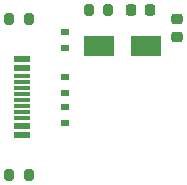
<source format=gbr>
%TF.GenerationSoftware,KiCad,Pcbnew,(6.0.9)*%
%TF.CreationDate,2022-11-14T09:49:53+08:00*%
%TF.ProjectId,YYSJ_2.1''_knob,5959534a-5f32-42e3-9127-275f6b6e6f62,rev?*%
%TF.SameCoordinates,Original*%
%TF.FileFunction,Paste,Top*%
%TF.FilePolarity,Positive*%
%FSLAX46Y46*%
G04 Gerber Fmt 4.6, Leading zero omitted, Abs format (unit mm)*
G04 Created by KiCad (PCBNEW (6.0.9)) date 2022-11-14 09:49:53*
%MOMM*%
%LPD*%
G01*
G04 APERTURE LIST*
G04 Aperture macros list*
%AMRoundRect*
0 Rectangle with rounded corners*
0 $1 Rounding radius*
0 $2 $3 $4 $5 $6 $7 $8 $9 X,Y pos of 4 corners*
0 Add a 4 corners polygon primitive as box body*
4,1,4,$2,$3,$4,$5,$6,$7,$8,$9,$2,$3,0*
0 Add four circle primitives for the rounded corners*
1,1,$1+$1,$2,$3*
1,1,$1+$1,$4,$5*
1,1,$1+$1,$6,$7*
1,1,$1+$1,$8,$9*
0 Add four rect primitives between the rounded corners*
20,1,$1+$1,$2,$3,$4,$5,0*
20,1,$1+$1,$4,$5,$6,$7,0*
20,1,$1+$1,$6,$7,$8,$9,0*
20,1,$1+$1,$8,$9,$2,$3,0*%
G04 Aperture macros list end*
%ADD10RoundRect,0.200000X-0.200000X-0.275000X0.200000X-0.275000X0.200000X0.275000X-0.200000X0.275000X0*%
%ADD11R,0.700000X0.600000*%
%ADD12R,1.450000X0.600000*%
%ADD13R,1.450000X0.300000*%
%ADD14RoundRect,0.218750X-0.218750X-0.256250X0.218750X-0.256250X0.218750X0.256250X-0.218750X0.256250X0*%
%ADD15R,2.500000X1.800000*%
%ADD16RoundRect,0.225000X0.250000X-0.225000X0.250000X0.225000X-0.250000X0.225000X-0.250000X-0.225000X0*%
G04 APERTURE END LIST*
D10*
%TO.C,R3*%
X63811500Y-98044000D03*
X65461500Y-98044000D03*
%TD*%
D11*
%TO.C,D2*%
X61785000Y-107634000D03*
X61785000Y-106234000D03*
%TD*%
%TO.C,D3*%
X61817000Y-99884000D03*
X61817000Y-101284000D03*
%TD*%
%TO.C,D1*%
X61785000Y-103694000D03*
X61785000Y-105094000D03*
%TD*%
D12*
%TO.C,J1*%
X58158000Y-102160000D03*
X58158000Y-102960000D03*
D13*
X58158000Y-104160000D03*
X58158000Y-105160000D03*
X58158000Y-105660000D03*
X58158000Y-106660000D03*
D12*
X58158000Y-107860000D03*
X58158000Y-108660000D03*
X58158000Y-108660000D03*
X58158000Y-107860000D03*
D13*
X58158000Y-107160000D03*
X58158000Y-106160000D03*
X58158000Y-104660000D03*
X58158000Y-103660000D03*
D12*
X58158000Y-102960000D03*
X58158000Y-102160000D03*
%TD*%
D14*
%TO.C,D5*%
X67405000Y-98044000D03*
X68980000Y-98044000D03*
%TD*%
D10*
%TO.C,R1*%
X57078000Y-98806000D03*
X58728000Y-98806000D03*
%TD*%
D15*
%TO.C,D4*%
X68643000Y-101092000D03*
X64643000Y-101092000D03*
%TD*%
D16*
%TO.C,C1*%
X71310000Y-100343000D03*
X71310000Y-98793000D03*
%TD*%
D10*
%TO.C,R2*%
X57087000Y-112014000D03*
X58737000Y-112014000D03*
%TD*%
M02*

</source>
